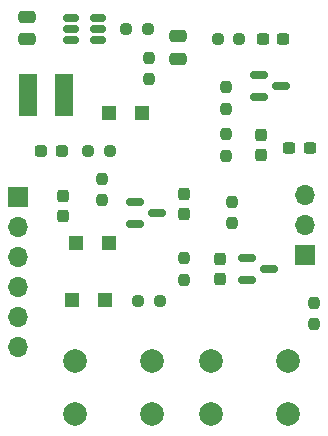
<source format=gts>
%TF.GenerationSoftware,KiCad,Pcbnew,8.0.0*%
%TF.CreationDate,2024-05-14T19:01:21+09:00*%
%TF.ProjectId,TINY202_PROG.kicad_240514_single_pcb,54494e59-3230-4325-9f50-524f472e6b69,rev?*%
%TF.SameCoordinates,Original*%
%TF.FileFunction,Soldermask,Top*%
%TF.FilePolarity,Negative*%
%FSLAX46Y46*%
G04 Gerber Fmt 4.6, Leading zero omitted, Abs format (unit mm)*
G04 Created by KiCad (PCBNEW 8.0.0) date 2024-05-14 19:01:21*
%MOMM*%
%LPD*%
G01*
G04 APERTURE LIST*
G04 Aperture macros list*
%AMRoundRect*
0 Rectangle with rounded corners*
0 $1 Rounding radius*
0 $2 $3 $4 $5 $6 $7 $8 $9 X,Y pos of 4 corners*
0 Add a 4 corners polygon primitive as box body*
4,1,4,$2,$3,$4,$5,$6,$7,$8,$9,$2,$3,0*
0 Add four circle primitives for the rounded corners*
1,1,$1+$1,$2,$3*
1,1,$1+$1,$4,$5*
1,1,$1+$1,$6,$7*
1,1,$1+$1,$8,$9*
0 Add four rect primitives between the rounded corners*
20,1,$1+$1,$2,$3,$4,$5,0*
20,1,$1+$1,$4,$5,$6,$7,0*
20,1,$1+$1,$6,$7,$8,$9,0*
20,1,$1+$1,$8,$9,$2,$3,0*%
G04 Aperture macros list end*
%ADD10RoundRect,0.237500X-0.250000X-0.237500X0.250000X-0.237500X0.250000X0.237500X-0.250000X0.237500X0*%
%ADD11R,1.700000X1.700000*%
%ADD12O,1.700000X1.700000*%
%ADD13RoundRect,0.237500X-0.237500X0.300000X-0.237500X-0.300000X0.237500X-0.300000X0.237500X0.300000X0*%
%ADD14RoundRect,0.150000X0.512500X0.150000X-0.512500X0.150000X-0.512500X-0.150000X0.512500X-0.150000X0*%
%ADD15C,2.000000*%
%ADD16RoundRect,0.250000X0.475000X-0.250000X0.475000X0.250000X-0.475000X0.250000X-0.475000X-0.250000X0*%
%ADD17R,1.200000X1.200000*%
%ADD18RoundRect,0.237500X0.250000X0.237500X-0.250000X0.237500X-0.250000X-0.237500X0.250000X-0.237500X0*%
%ADD19RoundRect,0.237500X-0.287500X-0.237500X0.287500X-0.237500X0.287500X0.237500X-0.287500X0.237500X0*%
%ADD20RoundRect,0.150000X-0.587500X-0.150000X0.587500X-0.150000X0.587500X0.150000X-0.587500X0.150000X0*%
%ADD21RoundRect,0.237500X-0.237500X0.250000X-0.237500X-0.250000X0.237500X-0.250000X0.237500X0.250000X0*%
%ADD22RoundRect,0.237500X0.237500X-0.300000X0.237500X0.300000X-0.237500X0.300000X-0.237500X-0.300000X0*%
%ADD23RoundRect,0.237500X-0.300000X-0.237500X0.300000X-0.237500X0.300000X0.237500X-0.300000X0.237500X0*%
%ADD24RoundRect,0.237500X0.300000X0.237500X-0.300000X0.237500X-0.300000X-0.237500X0.300000X-0.237500X0*%
%ADD25RoundRect,0.237500X0.237500X-0.250000X0.237500X0.250000X-0.237500X0.250000X-0.237500X-0.250000X0*%
%ADD26R,1.500000X3.600000*%
G04 APERTURE END LIST*
D10*
%TO.C,R4*%
X121337500Y-104500000D03*
X123162500Y-104500000D03*
%TD*%
D11*
%TO.C,J1*%
X104400000Y-117875000D03*
D12*
X104400000Y-120415000D03*
X104400000Y-122955000D03*
X104400000Y-125495000D03*
X104400000Y-128035000D03*
X104400000Y-130575000D03*
%TD*%
D13*
%TO.C,C3*%
X125000000Y-112637500D03*
X125000000Y-114362500D03*
%TD*%
D14*
%TO.C,U1*%
X111200000Y-104625000D03*
X111200000Y-103675000D03*
X111200000Y-102725000D03*
X108925000Y-102725000D03*
X108925000Y-103675000D03*
X108925000Y-104625000D03*
%TD*%
D13*
%TO.C,C1*%
X121500000Y-123137500D03*
X121500000Y-124862500D03*
%TD*%
D15*
%TO.C,SW1*%
X109250000Y-131750000D03*
X115750000Y-131750000D03*
X109250000Y-136250000D03*
X115750000Y-136250000D03*
%TD*%
D16*
%TO.C,C6*%
X105200000Y-104512500D03*
X105200000Y-102612500D03*
%TD*%
D17*
%TO.C,D3*%
X109350000Y-121750000D03*
X112150000Y-121750000D03*
%TD*%
D18*
%TO.C,R1*%
X116412500Y-126687500D03*
X114587500Y-126687500D03*
%TD*%
D19*
%TO.C,D5*%
X106375000Y-114000000D03*
X108125000Y-114000000D03*
%TD*%
D20*
%TO.C,Q4*%
X124812500Y-107550000D03*
X124812500Y-109450000D03*
X126687500Y-108500000D03*
%TD*%
D21*
%TO.C,R9*%
X118500000Y-123087500D03*
X118500000Y-124912500D03*
%TD*%
D22*
%TO.C,C2*%
X108200000Y-119525000D03*
X108200000Y-117800000D03*
%TD*%
D21*
%TO.C,R7*%
X115500000Y-106087500D03*
X115500000Y-107912500D03*
%TD*%
%TO.C,R10*%
X122000000Y-112587500D03*
X122000000Y-114412500D03*
%TD*%
D23*
%TO.C,C8*%
X125137500Y-104500000D03*
X126862500Y-104500000D03*
%TD*%
D24*
%TO.C,C5*%
X129112500Y-113750000D03*
X127387500Y-113750000D03*
%TD*%
D20*
%TO.C,Q2*%
X123812500Y-123050000D03*
X123812500Y-124950000D03*
X125687500Y-124000000D03*
%TD*%
D25*
%TO.C,R2*%
X122000000Y-110412500D03*
X122000000Y-108587500D03*
%TD*%
D10*
%TO.C,R11*%
X110337500Y-114000000D03*
X112162500Y-114000000D03*
%TD*%
%TO.C,R8*%
X113587500Y-103687500D03*
X115412500Y-103687500D03*
%TD*%
D16*
%TO.C,C7*%
X118000000Y-106200000D03*
X118000000Y-104300000D03*
%TD*%
D17*
%TO.C,D1*%
X109000000Y-126600000D03*
X111800000Y-126600000D03*
%TD*%
D26*
%TO.C,L1*%
X105225000Y-109250000D03*
X108275000Y-109250000D03*
%TD*%
D21*
%TO.C,R3*%
X111500000Y-116337500D03*
X111500000Y-118162500D03*
%TD*%
%TO.C,R5*%
X122500000Y-118287500D03*
X122500000Y-120112500D03*
%TD*%
%TO.C,R6*%
X129500000Y-126837500D03*
X129500000Y-128662500D03*
%TD*%
D22*
%TO.C,C4*%
X118500000Y-119362500D03*
X118500000Y-117637500D03*
%TD*%
D17*
%TO.C,D4*%
X114900000Y-110750000D03*
X112100000Y-110750000D03*
%TD*%
D20*
%TO.C,Q1*%
X114312500Y-118300000D03*
X114312500Y-120200000D03*
X116187500Y-119250000D03*
%TD*%
D11*
%TO.C,J3*%
X128725000Y-122775000D03*
D12*
X128725000Y-120235000D03*
X128725000Y-117695000D03*
%TD*%
D15*
%TO.C,SW2*%
X120750000Y-131750000D03*
X127250000Y-131750000D03*
X120750000Y-136250000D03*
X127250000Y-136250000D03*
%TD*%
M02*

</source>
